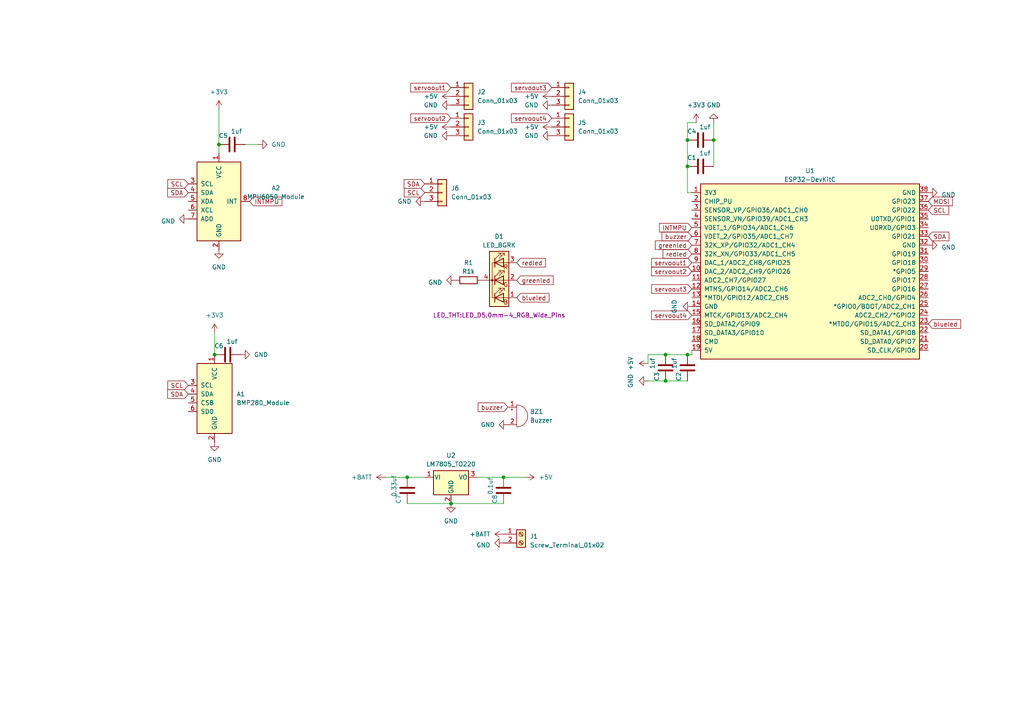
<source format=kicad_sch>
(kicad_sch (version 20230121) (generator eeschema)
  (paper "A4")
  (lib_symbols
    (symbol "Charleslabs_Parts:BMP280_Module" (pin_names (offset 1.016))
      (property "Reference" "A" (at -5.08 11.43 0))
      (property "Value" "BMP280_Module" (at 8.89 11.43 0))
      (symbol "BMP280_Module_0_1"
        (rectangle (start -5.08 10.16) (end 5.08 -10.16) (stroke (width 0.254)) (fill (type background)))
      )
      (symbol "BMP280_Module_1_1"
        (pin power_in line (at 0 12.7 270) (length 2.54) (name "VCC") (number "1"))
        (pin power_in line (at 0 -12.7 90) (length 2.54) (name "GND") (number "2"))
        (pin input line (at -7.62 3.81 0) (length 2.54) (name "SCL") (number "3"))
        (pin bidirectional line (at -7.62 1.27 0) (length 2.54) (name "SDA") (number "4"))
        (pin input line (at -7.62 -1.27 0) (length 2.54) (name "CSB") (number "5"))
        (pin input line (at -7.62 -3.81 0) (length 2.54) (name "SD0") (number "6"))
      )
    )
    (symbol "Charleslabs_Parts:MPU6050_Module" (pin_names (offset 1.016))
      (property "Reference" "A" (at -5.08 12.7 0))
      (property "Value" "MPU6050_Module" (at 8.89 12.7 0))
      (symbol "MPU6050_Module_0_1"
        (rectangle (start -6.35 11.43) (end 6.35 -11.43) (stroke (width 0.254)) (fill (type background)))
      )
      (symbol "MPU6050_Module_1_1"
        (pin power_in line (at 0 13.97 270) (length 2.54) (name "VCC") (number "1"))
        (pin power_in line (at 0 -13.97 90) (length 2.54) (name "GND") (number "2"))
        (pin input line (at -8.89 5.08 0) (length 2.54) (name "SCL") (number "3"))
        (pin input line (at -8.89 2.54 0) (length 2.54) (name "SDA") (number "4"))
        (pin input line (at -8.89 0 0) (length 2.54) (name "XDA") (number "5"))
        (pin input line (at -8.89 -2.54 0) (length 2.54) (name "XCL") (number "6"))
        (pin input line (at -8.89 -5.08 0) (length 2.54) (name "AD0") (number "7"))
        (pin output line (at 8.89 0 180) (length 2.54) (name "INT") (number "8"))
      )
    )
    (symbol "Connector:Screw_Terminal_01x02" (pin_names (offset 1.016) hide)
      (property "Reference" "J" (at 0 2.54 0))
      (property "Value" "Screw_Terminal_01x02" (at 0 -5.08 0))
      (symbol "Screw_Terminal_01x02_1_1"
        (rectangle (start -1.27 1.27) (end 1.27 -3.81) (stroke (width 0.254)) (fill (type background)))
        (circle (center 0 -2.54) (radius 0.635) (stroke (width 0.1524)))
        (polyline (pts (xy -0.5334 -2.2098) (xy 0.3302 -3.048)) (stroke (width 0.1524)))
        (polyline (pts (xy -0.5334 0.3302) (xy 0.3302 -0.508)) (stroke (width 0.1524)))
        (polyline (pts (xy -0.3556 -2.032) (xy 0.508 -2.8702)) (stroke (width 0.1524)))
        (polyline (pts (xy -0.3556 0.508) (xy 0.508 -0.3302)) (stroke (width 0.1524)))
        (circle (center 0 0) (radius 0.635) (stroke (width 0.1524)))
        (pin passive line (at -5.08 0 0) (length 3.81) (name "Pin_1") (number "1"))
        (pin passive line (at -5.08 -2.54 0) (length 3.81) (name "Pin_2") (number "2"))
      )
    )
    (symbol "Connector_Generic:Conn_01x03" (pin_names (offset 1.016) hide)
      (property "Reference" "J" (at 0 5.08 0))
      (property "Value" "Conn_01x03" (at 0 -5.08 0))
      (symbol "Conn_01x03_1_1"
        (rectangle (start -1.27 -2.413) (end 0 -2.667) (stroke (width 0.1524)))
        (rectangle (start -1.27 0.127) (end 0 -0.127) (stroke (width 0.1524)))
        (rectangle (start -1.27 2.667) (end 0 2.413) (stroke (width 0.1524)))
        (rectangle (start -1.27 3.81) (end 1.27 -3.81) (stroke (width 0.254)) (fill (type background)))
        (pin passive line (at -5.08 2.54 0) (length 3.81) (name "Pin_1") (number "1"))
        (pin passive line (at -5.08 0 0) (length 3.81) (name "Pin_2") (number "2"))
        (pin passive line (at -5.08 -2.54 0) (length 3.81) (name "Pin_3") (number "3"))
      )
    )
    (symbol "Device:Buzzer" (pin_names (offset 0.0254) hide)
      (property "Reference" "BZ" (at 3.81 1.27 0))
      (property "Value" "Buzzer" (at 3.81 -1.27 0))
      (symbol "Buzzer_0_1"
        (arc (start 0 -3.175) (mid 3.1612 0) (end 0 3.175))
        (polyline (pts (xy -1.651 1.905) (xy -1.143 1.905)))
        (polyline (pts (xy -1.397 2.159) (xy -1.397 1.651)))
        (polyline (pts (xy 0 3.175) (xy 0 -3.175)))
      )
      (symbol "Buzzer_1_1"
        (pin passive line (at -2.54 2.54 0) (length 2.54) (name "-") (number "1"))
        (pin passive line (at -2.54 -2.54 0) (length 2.54) (name "+") (number "2"))
      )
    )
    (symbol "Device:C" (pin_numbers hide) (pin_names (offset 0.254))
      (property "Reference" "C" (at 0.635 2.54 0))
      (property "Value" "C" (at 0.635 -2.54 0))
      (symbol "C_0_1"
        (polyline (pts (xy -2.032 -0.762) (xy 2.032 -0.762)) (stroke (width 0.508)))
        (polyline (pts (xy -2.032 0.762) (xy 2.032 0.762)) (stroke (width 0.508)))
      )
      (symbol "C_1_1"
        (pin passive line (at 0 3.81 270) (length 2.794) (name "~") (number "1"))
        (pin passive line (at 0 -3.81 90) (length 2.794) (name "~") (number "2"))
      )
    )
    (symbol "Device:LED_BGRK" (pin_names (offset 0) hide)
      (property "Reference" "D" (at 0 9.398 0))
      (property "Value" "LED_BGRK" (at 0 -8.89 0))
      (symbol "LED_BGRK_0_0"
        (text "B" (at 1.905 -6.35 0) (effects (font (size 1.27 1.27))))
        (text "G" (at 1.905 -1.27 0) (effects (font (size 1.27 1.27))))
        (text "R" (at 1.905 3.81 0) (effects (font (size 1.27 1.27))))
      )
      (symbol "LED_BGRK_0_1"
        (circle (center -2.032 0) (radius 0.254) (fill (type outline)))
        (polyline (pts (xy -1.27 -5.08) (xy 1.27 -5.08)))
        (polyline (pts (xy -1.27 -3.81) (xy -1.27 -6.35)) (stroke (width 0.254)))
        (polyline (pts (xy -1.27 0) (xy -2.54 0)))
        (polyline (pts (xy -1.27 1.27) (xy -1.27 -1.27)) (stroke (width 0.254)))
        (polyline (pts (xy -1.27 5.08) (xy 1.27 5.08)))
        (polyline (pts (xy -1.27 6.35) (xy -1.27 3.81)) (stroke (width 0.254)))
        (polyline (pts (xy 1.27 -5.08) (xy 2.54 -5.08)))
        (polyline (pts (xy 1.27 0) (xy -1.27 0)))
        (polyline (pts (xy 1.27 0) (xy 2.54 0)))
        (polyline (pts (xy 1.27 5.08) (xy 2.54 5.08)))
        (polyline (pts (xy -1.27 1.27) (xy -1.27 -1.27) (xy -1.27 -1.27)))
        (polyline (pts (xy -1.27 6.35) (xy -1.27 3.81) (xy -1.27 3.81)))
        (polyline (pts (xy -1.27 5.08) (xy -2.032 5.08) (xy -2.032 -5.08) (xy -1.016 -5.08)))
        (polyline (pts (xy 1.27 -3.81) (xy 1.27 -6.35) (xy -1.27 -5.08) (xy 1.27 -3.81)) (stroke (width 0.254)))
        (polyline (pts (xy 1.27 1.27) (xy 1.27 -1.27) (xy -1.27 0) (xy 1.27 1.27)) (stroke (width 0.254)))
        (polyline (pts (xy 1.27 6.35) (xy 1.27 3.81) (xy -1.27 5.08) (xy 1.27 6.35)) (stroke (width 0.254)))
        (polyline (pts (xy -1.016 -3.81) (xy 0.508 -2.286) (xy -0.254 -2.286) (xy 0.508 -2.286) (xy 0.508 -3.048)))
        (polyline (pts (xy -1.016 1.27) (xy 0.508 2.794) (xy -0.254 2.794) (xy 0.508 2.794) (xy 0.508 2.032)))
        (polyline (pts (xy -1.016 6.35) (xy 0.508 7.874) (xy -0.254 7.874) (xy 0.508 7.874) (xy 0.508 7.112)))
        (polyline (pts (xy 0 -3.81) (xy 1.524 -2.286) (xy 0.762 -2.286) (xy 1.524 -2.286) (xy 1.524 -3.048)))
        (polyline (pts (xy 0 1.27) (xy 1.524 2.794) (xy 0.762 2.794) (xy 1.524 2.794) (xy 1.524 2.032)))
        (polyline (pts (xy 0 6.35) (xy 1.524 7.874) (xy 0.762 7.874) (xy 1.524 7.874) (xy 1.524 7.112)))
        (rectangle (start 1.27 -1.27) (end 1.27 1.27))
        (rectangle (start 1.27 1.27) (end 1.27 1.27))
        (rectangle (start 1.27 3.81) (end 1.27 6.35))
        (rectangle (start 1.27 6.35) (end 1.27 6.35))
        (rectangle (start 2.794 8.382) (end -2.794 -7.62) (stroke (width 0.254)) (fill (type background)))
      )
      (symbol "LED_BGRK_1_1"
        (pin passive line (at 5.08 -5.08 180) (length 2.54) (name "BA") (number "1"))
        (pin passive line (at 5.08 0 180) (length 2.54) (name "GA") (number "2"))
        (pin passive line (at 5.08 5.08 180) (length 2.54) (name "RA") (number "3"))
        (pin passive line (at -5.08 0 0) (length 2.54) (name "K") (number "4"))
      )
    )
    (symbol "Device:R" (pin_numbers hide) (pin_names (offset 0))
      (property "Reference" "R" (at 2.032 0 90))
      (property "Value" "R" (at 0 0 90))
      (symbol "R_0_1"
        (rectangle (start -1.016 -2.54) (end 1.016 2.54) (stroke (width 0.254)))
      )
      (symbol "R_1_1"
        (pin passive line (at 0 3.81 270) (length 1.27) (name "~") (number "1"))
        (pin passive line (at 0 -3.81 90) (length 1.27) (name "~") (number "2"))
      )
    )
    (symbol "Espressif:ESP32-DevKitC" (pin_names (offset 1.016))
      (property "Reference" "U" (at -30.48 30.48 0))
      (property "Value" "ESP32-DevKitC" (at -30.48 27.94 0))
      (symbol "ESP32-DevKitC_0_0"
        (pin power_in line (at -33.02 -10.16 0) (length 2.54) (name "GND") (number "14"))
        (pin power_in line (at -33.02 -22.86 0) (length 2.54) (name "5V") (number "19"))
      )
      (symbol "ESP32-DevKitC_0_1"
        (rectangle (start -30.48 25.4) (end 33.02 -25.4) (stroke (width 0.254)) (fill (type background)))
      )
      (symbol "ESP32-DevKitC_1_1"
        (pin power_in line (at -33.02 22.86 0) (length 2.54) (name "3V3") (number "1"))
        (pin bidirectional line (at -33.02 0 0) (length 2.54) (name "DAC_2/ADC2_CH9/GPIO26") (number "10"))
        (pin bidirectional line (at -33.02 -2.54 0) (length 2.54) (name "ADC2_CH7/GPIO27") (number "11"))
        (pin bidirectional line (at -33.02 -5.08 0) (length 2.54) (name "MTMS/GPIO14/ADC2_CH6") (number "12"))
        (pin bidirectional line (at -33.02 -7.62 0) (length 2.54) (name "*MTDI/GPIO12/ADC2_CH5") (number "13"))
        (pin bidirectional line (at -33.02 -12.7 0) (length 2.54) (name "MTCK/GPIO13/ADC2_CH4") (number "15"))
        (pin bidirectional line (at -33.02 -15.24 0) (length 2.54) (name "SD_DATA2/GPIO9") (number "16"))
        (pin bidirectional line (at -33.02 -17.78 0) (length 2.54) (name "SD_DATA3/GPIO10") (number "17"))
        (pin bidirectional line (at -33.02 -20.32 0) (length 2.54) (name "CMD") (number "18"))
        (pin input line (at -33.02 20.32 0) (length 2.54) (name "CHIP_PU") (number "2"))
        (pin bidirectional line (at 35.56 -22.86 180) (length 2.54) (name "SD_CLK/GPIO6") (number "20"))
        (pin bidirectional line (at 35.56 -20.32 180) (length 2.54) (name "SD_DATA0/GPIO7") (number "21"))
        (pin bidirectional line (at 35.56 -17.78 180) (length 2.54) (name "SD_DATA1/GPIO8") (number "22"))
        (pin bidirectional line (at 35.56 -15.24 180) (length 2.54) (name "*MTDO/GPIO15/ADC2_CH3") (number "23"))
        (pin bidirectional line (at 35.56 -12.7 180) (length 2.54) (name "ADC2_CH2/*GPIO2") (number "24"))
        (pin bidirectional line (at 35.56 -10.16 180) (length 2.54) (name "*GPIO0/BOOT/ADC2_CH1") (number "25"))
        (pin bidirectional line (at 35.56 -7.62 180) (length 2.54) (name "ADC2_CH0/GPIO4") (number "26"))
        (pin bidirectional line (at 35.56 -5.08 180) (length 2.54) (name "GPIO16") (number "27"))
        (pin bidirectional line (at 35.56 -2.54 180) (length 2.54) (name "GPIO17") (number "28"))
        (pin bidirectional line (at 35.56 0 180) (length 2.54) (name "*GPIO5") (number "29"))
        (pin input line (at -33.02 17.78 0) (length 2.54) (name "SENSOR_VP/GPIO36/ADC1_CH0") (number "3"))
        (pin bidirectional line (at 35.56 2.54 180) (length 2.54) (name "GPIO18") (number "30"))
        (pin bidirectional line (at 35.56 5.08 180) (length 2.54) (name "GPIO19") (number "31"))
        (pin power_in line (at 35.56 7.62 180) (length 2.54) (name "GND") (number "32"))
        (pin bidirectional line (at 35.56 10.16 180) (length 2.54) (name "GPIO21") (number "33"))
        (pin bidirectional line (at 35.56 12.7 180) (length 2.54) (name "U0RXD/GPIO3") (number "34"))
        (pin bidirectional line (at 35.56 15.24 180) (length 2.54) (name "U0TXD/GPIO1") (number "35"))
        (pin bidirectional line (at 35.56 17.78 180) (length 2.54) (name "GPIO22") (number "36"))
        (pin bidirectional line (at 35.56 20.32 180) (length 2.54) (name "GPIO23") (number "37"))
        (pin power_in line (at 35.56 22.86 180) (length 2.54) (name "GND") (number "38"))
        (pin input line (at -33.02 15.24 0) (length 2.54) (name "SENSOR_VN/GPIO39/ADC1_CH3") (number "4"))
        (pin input line (at -33.02 12.7 0) (length 2.54) (name "VDET_1/GPIO34/ADC1_CH6") (number "5"))
        (pin input line (at -33.02 10.16 0) (length 2.54) (name "VDET_2/GPIO35/ADC1_CH7") (number "6"))
        (pin bidirectional line (at -33.02 7.62 0) (length 2.54) (name "32K_XP/GPIO32/ADC1_CH4") (number "7"))
        (pin bidirectional line (at -33.02 5.08 0) (length 2.54) (name "32K_XN/GPIO33/ADC1_CH5") (number "8"))
        (pin bidirectional line (at -33.02 2.54 0) (length 2.54) (name "DAC_1/ADC2_CH8/GPIO25") (number "9"))
      )
    )
    (symbol "Regulator_Linear:LM7805_TO220" (pin_names (offset 0.254))
      (property "Reference" "U" (at -3.81 3.175 0))
      (property "Value" "LM7805_TO220" (at 0 3.175 0))
      (symbol "LM7805_TO220_0_1"
        (rectangle (start -5.08 1.905) (end 5.08 -5.08) (stroke (width 0.254)) (fill (type background)))
      )
      (symbol "LM7805_TO220_1_1"
        (pin power_in line (at -7.62 0 0) (length 2.54) (name "VI") (number "1"))
        (pin power_in line (at 0 -7.62 90) (length 2.54) (name "GND") (number "2"))
        (pin power_out line (at 7.62 0 180) (length 2.54) (name "VO") (number "3"))
      )
    )
    (symbol "power:+3V3" (power) (pin_names (offset 0))
      (property "Value" "+3V3" (at 0 3.556 0))
      (symbol "+3V3_0_1"
        (polyline (pts (xy -0.762 1.27) (xy 0 2.54)))
        (polyline (pts (xy 0 0) (xy 0 2.54)))
        (polyline (pts (xy 0 2.54) (xy 0.762 1.27)))
      )
      (symbol "+3V3_1_1"
        (pin power_in line (at 0 0 90) (length 0) hide (name "+3V3") (number "1"))
      )
    )
    (symbol "power:+5V" (power) (pin_names (offset 0))
      (property "Value" "+5V" (at 0 3.556 0))
      (symbol "+5V_0_1"
        (polyline (pts (xy -0.762 1.27) (xy 0 2.54)))
        (polyline (pts (xy 0 0) (xy 0 2.54)))
        (polyline (pts (xy 0 2.54) (xy 0.762 1.27)))
      )
      (symbol "+5V_1_1"
        (pin power_in line (at 0 0 90) (length 0) hide (name "+5V") (number "1"))
      )
    )
    (symbol "power:+BATT" (power) (pin_names (offset 0))
      (property "Value" "+BATT" (at 0 3.556 0))
      (symbol "+BATT_0_1"
        (polyline (pts (xy -0.762 1.27) (xy 0 2.54)))
        (polyline (pts (xy 0 0) (xy 0 2.54)))
        (polyline (pts (xy 0 2.54) (xy 0.762 1.27)))
      )
      (symbol "+BATT_1_1"
        (pin power_in line (at 0 0 90) (length 0) hide (name "+BATT") (number "1"))
      )
    )
    (symbol "power:GND" (power) (pin_names (offset 0))
      (property "Value" "GND" (at 0 -3.81 0))
      (symbol "GND_0_1"
        (polyline (pts (xy 0 0) (xy 0 -1.27) (xy 1.27 -1.27) (xy 0 -2.54) (xy -1.27 -1.27) (xy 0 -1.27)))
      )
      (symbol "GND_1_1"
        (pin power_in line (at 0 0 270) (length 0) hide (name "GND") (number "1"))
      )
    )
  )
  (junction (at 199.39 102.87))
  (junction (at 193.04 110.49))
  (junction (at 130.81 146.05))
  (junction (at 118.11 138.43))
  (junction (at 199.39 40.64))
  (junction (at 207.01 40.64))
  (junction (at 199.39 48.26))
  (junction (at 146.05 138.43))
  (junction (at 62.23 102.87))
  (junction (at 63.5 41.91))
  (junction (at 193.04 102.87))
  (wire (pts (xy 118.11 138.43) (xy 123.19 138.43)))
  (wire (pts (xy 199.39 102.87) (xy 200.66 102.87)))
  (wire (pts (xy 118.11 146.05) (xy 130.81 146.05)))
  (wire (pts (xy 200.66 102.87) (xy 200.66 101.6)))
  (wire (pts (xy 187.96 102.87) (xy 193.04 102.87)))
  (wire (pts (xy 199.39 55.88) (xy 200.66 55.88)))
  (wire (pts (xy 63.5 41.91) (xy 63.5 44.45)))
  (wire (pts (xy 199.39 48.26) (xy 199.39 55.88)))
  (wire (pts (xy 63.5 31.75) (xy 63.5 41.91)))
  (wire (pts (xy 111.76 138.43) (xy 118.11 138.43)))
  (wire (pts (xy 187.96 105.41) (xy 187.96 102.87)))
  (wire (pts (xy 193.04 102.87) (xy 199.39 102.87)))
  (wire (pts (xy 74.93 41.91) (xy 71.12 41.91)))
  (wire (pts (xy 207.01 40.64) (xy 207.01 48.26)))
  (wire (pts (xy 193.04 110.49) (xy 199.39 110.49)))
  (wire (pts (xy 199.39 35.56) (xy 201.93 35.56)))
  (wire (pts (xy 199.39 35.56) (xy 199.39 40.64)))
  (wire (pts (xy 130.81 146.05) (xy 146.05 146.05)))
  (wire (pts (xy 152.4 138.43) (xy 146.05 138.43)))
  (wire (pts (xy 62.23 96.52) (xy 62.23 102.87)))
  (wire (pts (xy 207.01 35.56) (xy 207.01 40.64)))
  (wire (pts (xy 146.05 138.43) (xy 138.43 138.43)))
  (wire (pts (xy 199.39 40.64) (xy 199.39 48.26)))
  (wire (pts (xy 187.96 110.49) (xy 193.04 110.49)))
  (global_label "SDA" (shape input) (at 54.61 114.3 180) (property "Intersheetrefs" "${INTERSHEET_REFS}" (effects hide)))
  (global_label "servoout3" (shape input) (at 200.66 83.82 180) (property "Intersheetrefs" "${INTERSHEET_REFS}" (effects hide)))
  (global_label "servoout1" (shape input) (at 200.66 76.2 180) (property "Intersheetrefs" "${INTERSHEET_REFS}" (effects hide)))
  (global_label "servoout4" (shape input) (at 200.66 91.44 180) (property "Intersheetrefs" "${INTERSHEET_REFS}" (effects hide)))
  (global_label "MOSI" (shape input) (at 269.24 58.42 0) (property "Intersheetrefs" "${INTERSHEET_REFS}" (effects hide)))
  (global_label "SDA" (shape input) (at 269.24 68.58 0) (property "Intersheetrefs" "${INTERSHEET_REFS}" (effects hide)))
  (global_label "SCL" (shape input) (at 269.24 60.96 0) (property "Intersheetrefs" "${INTERSHEET_REFS}" (effects hide)))
  (global_label "SCL" (shape input) (at 54.61 53.34 180) (property "Intersheetrefs" "${INTERSHEET_REFS}" (effects hide)))
  (global_label "greenled" (shape input) (at 149.86 81.28 0) (property "Intersheetrefs" "${INTERSHEET_REFS}" (effects hide)))
  (global_label "redled" (shape input) (at 200.66 73.66 180) (property "Intersheetrefs" "${INTERSHEET_REFS}" (effects hide)))
  (global_label "INTMPU" (shape input) (at 200.66 66.04 180) (property "Intersheetrefs" "${INTERSHEET_REFS}" (effects hide)))
  (global_label "blueled" (shape input) (at 269.24 93.98 0) (property "Intersheetrefs" "${INTERSHEET_REFS}" (effects hide)))
  (global_label "SDA" (shape input) (at 54.61 55.88 180) (property "Intersheetrefs" "${INTERSHEET_REFS}" (effects hide)))
  (global_label "redled" (shape input) (at 149.86 76.2 0) (property "Intersheetrefs" "${INTERSHEET_REFS}" (effects hide)))
  (global_label "greenled" (shape input) (at 200.66 71.12 180) (property "Intersheetrefs" "${INTERSHEET_REFS}" (effects hide)))
  (global_label "SDA" (shape input) (at 123.19 53.34 180) (property "Intersheetrefs" "${INTERSHEET_REFS}" (effects hide)))
  (global_label "SCL" (shape input) (at 123.19 55.88 180) (property "Intersheetrefs" "${INTERSHEET_REFS}" (effects hide)))
  (global_label "buzzer" (shape input) (at 200.66 68.58 180) (property "Intersheetrefs" "${INTERSHEET_REFS}" (effects hide)))
  (global_label "servoout2" (shape input) (at 130.81 34.29 180) (property "Intersheetrefs" "${INTERSHEET_REFS}" (effects hide)))
  (global_label "servoout4" (shape input) (at 160.02 34.29 180) (property "Intersheetrefs" "${INTERSHEET_REFS}" (effects hide)))
  (global_label "SCL" (shape input) (at 54.61 111.76 180) (property "Intersheetrefs" "${INTERSHEET_REFS}" (effects hide)))
  (global_label "INTMPU" (shape input) (at 72.39 58.42 0) (property "Intersheetrefs" "${INTERSHEET_REFS}" (effects hide)))
  (global_label "blueled" (shape input) (at 149.86 86.36 0) (property "Intersheetrefs" "${INTERSHEET_REFS}" (effects hide)))
  (global_label "servoout3" (shape input) (at 160.02 25.4 180) (property "Intersheetrefs" "${INTERSHEET_REFS}" (effects hide)))
  (global_label "servoout2" (shape input) (at 200.66 78.74 180) (property "Intersheetrefs" "${INTERSHEET_REFS}" (effects hide)))
  (global_label "buzzer" (shape input) (at 147.32 118.11 180) (property "Intersheetrefs" "${INTERSHEET_REFS}" (effects hide)))
  (global_label "servoout1" (shape input) (at 130.81 25.4 180) (property "Intersheetrefs" "${INTERSHEET_REFS}" (effects hide)))
  (symbol (lib_id "Espressif:ESP32-DevKitC") (at 233.68 78.74 0) (unit 1)
    (property "Reference" "U1" (at 234.95 49.53 0))
    (property "Value" "ESP32-DevKitC" (at 234.95 52.07 0))
    (property "Footprint" "Espressif:ESP32-DevKitC" (effects hide))
    (property "Datasheet" "https://docs.espressif.com/projects/esp-idf/zh_CN/latest/esp32/hw-reference/esp32/get-started-devkitc.html" (effects hide))
  )
  (symbol (lib_id "Device:Buzzer") (at 149.86 120.65 0) (unit 1)
    (property "Reference" "BZ1" (at 153.67 119.38 0) (effects (justify left)))
    (property "Value" "Buzzer" (at 153.67 121.92 0) (effects (justify left)))
    (property "Footprint" "Buzzer_Beeper:Buzzer_12x9.5RM7.6" (effects hide))
  )
  (symbol (lib_id "power:GND") (at 123.19 58.42 270) (unit 1)
    (property "Reference" "#PWR033" (effects hide))
    (property "Value" "GND" (at 119.38 58.42 90) (effects (justify right)))
  )
  (symbol (lib_id "power:GND") (at 146.05 157.48 270) (unit 1)
    (property "Reference" "#PWR025" (effects hide))
    (property "Value" "GND" (at 142.24 158.115 90) (effects (justify right)))
  )
  (symbol (lib_id "power:+3V3") (at 201.93 35.56 0) (unit 1)
    (property "Reference" "#PWR02" (effects hide))
    (property "Value" "+3V3" (at 201.93 30.48 0))
  )
  (symbol (lib_id "power:+5V") (at 187.96 105.41 90) (unit 1)
    (property "Reference" "#PWR01" (effects hide))
    (property "Value" "+5V" (at 182.88 105.41 0))
  )
  (symbol (lib_id "Connector_Generic:Conn_01x03") (at 128.27 55.88 0) (unit 1)
    (property "Reference" "J6" (at 130.81 54.61 0) (effects (justify left)))
    (property "Value" "Conn_01x03" (at 130.81 57.15 0) (effects (justify left)))
    (property "Footprint" "Connector_PinHeader_2.54mm:PinHeader_1x03_P2.54mm_Vertical" (effects hide))
  )
  (symbol (lib_id "power:GND") (at 62.23 128.27 0) (unit 1)
    (property "Reference" "#PWR06" (effects hide))
    (property "Value" "GND" (at 62.23 133.35 0))
  )
  (symbol (lib_id "power:GND") (at 207.01 35.56 180) (unit 1)
    (property "Reference" "#PWR03" (effects hide))
    (property "Value" "GND" (at 207.01 30.48 0))
  )
  (symbol (lib_id "power:+3V3") (at 62.23 96.52 0) (unit 1)
    (property "Reference" "#PWR09" (effects hide))
    (property "Value" "+3V3" (at 62.23 91.44 0))
  )
  (symbol (lib_id "Connector:Screw_Terminal_01x02") (at 151.13 154.94 0) (unit 1)
    (property "Reference" "J1" (at 153.67 155.575 0) (effects (justify left)))
    (property "Value" "Screw_Terminal_01x02" (at 153.67 158.115 0) (effects (justify left)))
    (property "Footprint" "TerminalBlock:TerminalBlock_bornier-2_P5.08mm" (effects hide))
  )
  (symbol (lib_id "Device:C") (at 203.2 48.26 90) (unit 1)
    (property "Reference" "C1" (at 200.66 45.72 90))
    (property "Value" "1uf" (at 204.47 44.45 90))
    (property "Footprint" "Capacitor_SMD:C_0805_2012Metric_Pad1.18x1.45mm_HandSolder" (effects hide))
  )
  (symbol (lib_id "power:GND") (at 269.24 55.88 90) (unit 1)
    (property "Reference" "#PWR020" (effects hide))
    (property "Value" "GND" (at 273.05 56.515 90) (effects (justify right)))
  )
  (symbol (lib_id "power:GND") (at 187.96 110.49 270) (unit 1)
    (property "Reference" "#PWR04" (effects hide))
    (property "Value" "GND" (at 182.88 110.49 0))
  )
  (symbol (lib_id "Device:C") (at 199.39 106.68 180) (unit 1)
    (property "Reference" "C2" (at 196.85 109.22 90))
    (property "Value" "1uf" (at 195.58 105.41 90))
    (property "Footprint" "Capacitor_SMD:C_0805_2012Metric_Pad1.18x1.45mm_HandSolder" (effects hide))
  )
  (symbol (lib_id "Device:C") (at 67.31 41.91 90) (unit 1)
    (property "Reference" "C5" (at 64.77 39.37 90))
    (property "Value" "1uf" (at 68.58 38.1 90))
    (property "Footprint" "Capacitor_SMD:C_0805_2012Metric_Pad1.18x1.45mm_HandSolder" (effects hide))
  )
  (symbol (lib_id "Connector_Generic:Conn_01x03") (at 165.1 36.83 0) (unit 1)
    (property "Reference" "J5" (at 167.64 35.56 0) (effects (justify left)))
    (property "Value" "Conn_01x03" (at 167.64 38.1 0) (effects (justify left)))
    (property "Footprint" "Connector_PinHeader_2.54mm:PinHeader_1x03_P2.54mm_Vertical" (effects hide))
  )
  (symbol (lib_id "power:GND") (at 269.24 71.12 90) (unit 1)
    (property "Reference" "#PWR019" (effects hide))
    (property "Value" "GND" (at 273.05 71.755 90) (effects (justify right)))
  )
  (symbol (lib_id "Charleslabs_Parts:MPU6050_Module") (at 63.5 58.42 0) (unit 1)
    (property "Reference" "A2" (at 80.01 54.5339 0))
    (property "Value" "MPU6050_Module" (at 80.01 57.0739 0))
    (property "Footprint" "Charleslabs_Parts:MPU6050_Module" (effects hide))
  )
  (symbol (lib_id "Connector_Generic:Conn_01x03") (at 165.1 27.94 0) (unit 1)
    (property "Reference" "J4" (at 167.64 26.67 0) (effects (justify left)))
    (property "Value" "Conn_01x03" (at 167.64 29.21 0) (effects (justify left)))
    (property "Footprint" "Connector_PinHeader_2.54mm:PinHeader_1x03_P2.54mm_Vertical" (effects hide))
  )
  (symbol (lib_id "power:GND") (at 54.61 63.5 270) (unit 1)
    (property "Reference" "#PWR024" (effects hide))
    (property "Value" "GND" (at 50.8 64.135 90) (effects (justify right)))
  )
  (symbol (lib_id "power:GND") (at 160.02 39.37 270) (unit 1)
    (property "Reference" "#PWR032" (effects hide))
    (property "Value" "GND" (at 156.21 39.37 90) (effects (justify right)))
  )
  (symbol (lib_id "Connector_Generic:Conn_01x03") (at 135.89 36.83 0) (unit 1)
    (property "Reference" "J3" (at 138.43 35.56 0) (effects (justify left)))
    (property "Value" "Conn_01x03" (at 138.43 38.1 0) (effects (justify left)))
    (property "Footprint" "Connector_PinHeader_2.54mm:PinHeader_1x03_P2.54mm_Vertical" (effects hide))
  )
  (symbol (lib_id "Connector_Generic:Conn_01x03") (at 135.89 27.94 0) (unit 1)
    (property "Reference" "J2" (at 138.43 26.67 0) (effects (justify left)))
    (property "Value" "Conn_01x03" (at 138.43 29.21 0) (effects (justify left)))
    (property "Footprint" "Connector_PinHeader_2.54mm:PinHeader_1x03_P2.54mm_Vertical" (effects hide))
  )
  (symbol (lib_id "power:GND") (at 160.02 30.48 270) (unit 1)
    (property "Reference" "#PWR030" (effects hide))
    (property "Value" "GND" (at 156.21 30.48 90) (effects (justify right)))
  )
  (symbol (lib_id "Device:C") (at 193.04 106.68 180) (unit 1)
    (property "Reference" "C3" (at 190.5 109.22 90))
    (property "Value" "1uf" (at 189.23 105.41 90))
    (property "Footprint" "Capacitor_SMD:C_0805_2012Metric_Pad1.18x1.45mm_HandSolder" (effects hide))
  )
  (symbol (lib_id "Device:C") (at 146.05 142.24 180) (unit 1)
    (property "Reference" "C8" (at 143.51 144.78 90))
    (property "Value" "0.1uf" (at 142.24 140.97 90))
    (property "Footprint" "Capacitor_SMD:C_0805_2012Metric_Pad1.18x1.45mm_HandSolder" (effects hide))
  )
  (symbol (lib_id "Device:C") (at 118.11 142.24 180) (unit 1)
    (property "Reference" "C7" (at 115.57 144.78 90))
    (property "Value" "0.33uf" (at 114.3 140.97 90))
    (property "Footprint" "Capacitor_SMD:C_0805_2012Metric_Pad1.18x1.45mm_HandSolder" (effects hide))
  )
  (symbol (lib_id "Device:LED_BGRK") (at 144.78 81.28 0) (unit 1)
    (property "Reference" "D1" (at 144.78 68.58 0))
    (property "Value" "LED_BGRK" (at 144.78 71.12 0))
    (property "Footprint" "LED_THT:LED_D5.0mm-4_RGB_Wide_Pins" (at 144.78 91.44 0))
  )
  (symbol (lib_id "Device:R") (at 135.89 81.28 90) (unit 1)
    (property "Reference" "R1" (at 135.89 76.2 90))
    (property "Value" "R1k" (at 135.89 78.74 90))
    (property "Footprint" "Resistor_SMD:R_0805_2012Metric_Pad1.20x1.40mm_HandSolder" (effects hide))
  )
  (symbol (lib_id "Device:C") (at 203.2 40.64 90) (unit 1)
    (property "Reference" "C4" (at 200.66 38.1 90))
    (property "Value" "1uf" (at 204.47 36.83 90))
    (property "Footprint" "Capacitor_SMD:C_0805_2012Metric_Pad1.18x1.45mm_HandSolder" (effects hide))
  )
  (symbol (lib_id "power:+BATT") (at 146.05 154.94 90) (unit 1)
    (property "Reference" "#PWR026" (effects hide))
    (property "Value" "+BATT" (at 142.24 154.94 90) (effects (justify left)))
  )
  (symbol (lib_id "power:GND") (at 130.81 39.37 270) (unit 1)
    (property "Reference" "#PWR028" (effects hide))
    (property "Value" "GND" (at 127 39.37 90) (effects (justify right)))
  )
  (symbol (lib_id "power:GND") (at 74.93 41.91 90) (unit 1)
    (property "Reference" "#PWR013" (effects hide))
    (property "Value" "GND" (at 78.74 41.91 90) (effects (justify right)))
  )
  (symbol (lib_id "power:GND") (at 130.81 146.05 0) (unit 1)
    (property "Reference" "#PWR010" (effects hide))
    (property "Value" "GND" (at 130.81 151.13 0))
  )
  (symbol (lib_id "power:+5V") (at 130.81 27.94 90) (unit 1)
    (property "Reference" "#PWR017" (effects hide))
    (property "Value" "+5V" (at 127 27.94 90) (effects (justify left)))
  )
  (symbol (lib_id "power:+5V") (at 160.02 27.94 90) (unit 1)
    (property "Reference" "#PWR029" (effects hide))
    (property "Value" "+5V" (at 156.21 27.94 90) (effects (justify left)))
  )
  (symbol (lib_id "power:GND") (at 130.81 30.48 270) (unit 1)
    (property "Reference" "#PWR018" (effects hide))
    (property "Value" "GND" (at 127 30.48 90) (effects (justify right)))
  )
  (symbol (lib_id "power:+5V") (at 130.81 36.83 90) (unit 1)
    (property "Reference" "#PWR027" (effects hide))
    (property "Value" "+5V" (at 127 36.83 90) (effects (justify left)))
  )
  (symbol (lib_id "Regulator_Linear:LM7805_TO220") (at 130.81 138.43 0) (unit 1)
    (property "Reference" "U2" (at 130.81 132.08 0))
    (property "Value" "LM7805_TO220" (at 130.81 134.62 0))
    (property "Footprint" "Package_TO_SOT_THT:TO-220-3_Vertical" (effects hide))
    (property "Datasheet" "https://www.onsemi.cn/PowerSolutions/document/MC7800-D.PDF" (effects hide))
  )
  (symbol (lib_id "Charleslabs_Parts:BMP280_Module") (at 62.23 115.57 0) (unit 1)
    (property "Reference" "A1" (at 68.58 114.3 0) (effects (justify left)))
    (property "Value" "BMP280_Module" (at 68.58 116.84 0) (effects (justify left)))
    (property "Footprint" "Charleslabs_Parts:BMP280_Module" (effects hide))
  )
  (symbol (lib_id "power:GND") (at 147.32 123.19 270) (unit 1)
    (property "Reference" "#PWR016" (effects hide))
    (property "Value" "GND" (at 143.51 123.19 90) (effects (justify right)))
  )
  (symbol (lib_id "power:+5V") (at 152.4 138.43 270) (unit 1)
    (property "Reference" "#PWR012" (effects hide))
    (property "Value" "+5V" (at 156.21 138.43 90) (effects (justify left)))
  )
  (symbol (lib_id "power:+BATT") (at 111.76 138.43 90) (unit 1)
    (property "Reference" "#PWR011" (effects hide))
    (property "Value" "+BATT" (at 107.95 138.43 90) (effects (justify left)))
  )
  (symbol (lib_id "power:+3V3") (at 63.5 31.75 0) (unit 1)
    (property "Reference" "#PWR08" (effects hide))
    (property "Value" "+3V3" (at 63.5 26.67 0))
  )
  (symbol (lib_id "Device:C") (at 66.04 102.87 90) (unit 1)
    (property "Reference" "C6" (at 63.5 100.33 90))
    (property "Value" "1uf" (at 67.31 99.06 90))
    (property "Footprint" "Capacitor_SMD:C_0805_2012Metric_Pad1.18x1.45mm_HandSolder" (effects hide))
  )
  (symbol (lib_id "power:GND") (at 132.08 81.28 270) (unit 1)
    (property "Reference" "#PWR015" (effects hide))
    (property "Value" "GND" (at 128.27 81.915 90) (effects (justify right)))
  )
  (symbol (lib_id "power:GND") (at 63.5 72.39 0) (unit 1)
    (property "Reference" "#PWR07" (effects hide))
    (property "Value" "GND" (at 63.5 77.47 0))
  )
  (symbol (lib_id "power:+5V") (at 160.02 36.83 90) (unit 1)
    (property "Reference" "#PWR031" (effects hide))
    (property "Value" "+5V" (at 156.21 36.83 90) (effects (justify left)))
  )
  (symbol (lib_id "power:GND") (at 200.66 88.9 270) (unit 1)
    (property "Reference" "#PWR05" (effects hide))
    (property "Value" "GND" (at 195.58 88.9 0))
  )
  (symbol (lib_id "power:GND") (at 69.85 102.87 90) (unit 1)
    (property "Reference" "#PWR014" (effects hide))
    (property "Value" "GND" (at 73.66 102.87 90) (effects (justify right)))
  )
)
</source>
